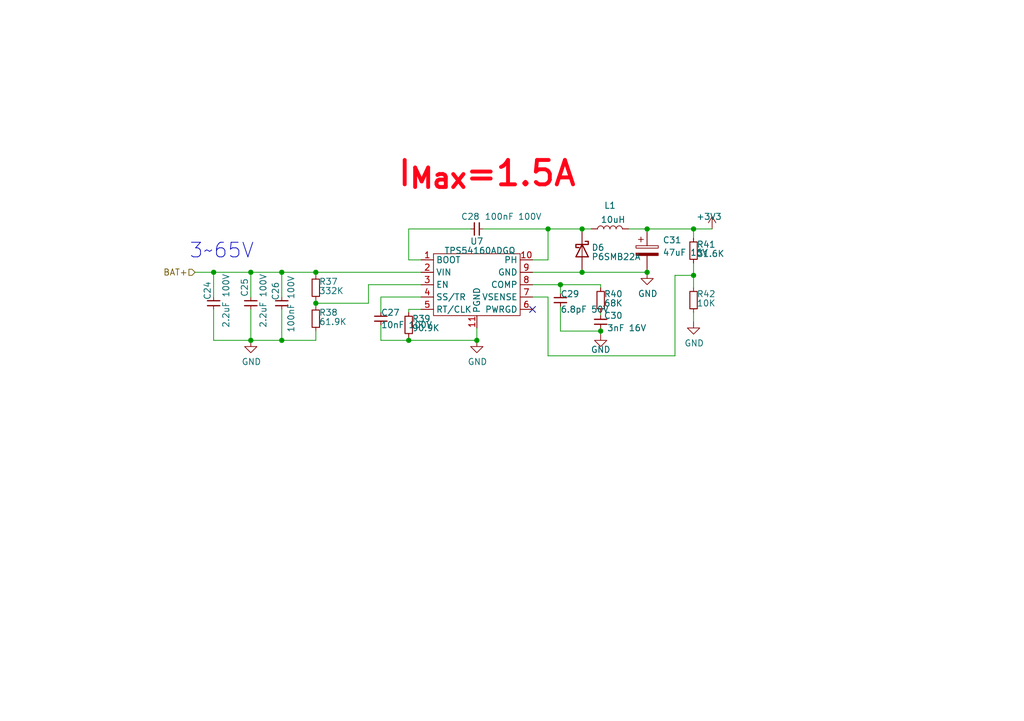
<source format=kicad_sch>
(kicad_sch (version 20230121) (generator eeschema)

  (uuid 320f2caf-f00f-4432-86ed-f2c19d076281)

  (paper "A5")

  (title_block
    (date "2023-10-19")
    (rev "V0.1")
    (company "teTra")
  )

  (lib_symbols
    (symbol "BMS-Master-rescue:+3.3V-power-BMS-Master-rescue" (power) (pin_names (offset 0)) (in_bom yes) (on_board yes)
      (property "Reference" "#PWR" (at 0 -3.81 0)
        (effects (font (size 1.27 1.27)) hide)
      )
      (property "Value" "+3.3V-power-BMS-Master-rescue" (at 0 3.556 0)
        (effects (font (size 1.27 1.27)))
      )
      (property "Footprint" "" (at 0 0 0)
        (effects (font (size 1.27 1.27)) hide)
      )
      (property "Datasheet" "" (at 0 0 0)
        (effects (font (size 1.27 1.27)) hide)
      )
      (symbol "+3.3V-power-BMS-Master-rescue_0_1"
        (polyline
          (pts
            (xy -0.762 1.27)
            (xy 0 2.54)
          )
          (stroke (width 0) (type solid))
          (fill (type none))
        )
        (polyline
          (pts
            (xy 0 0)
            (xy 0 2.54)
          )
          (stroke (width 0) (type solid))
          (fill (type none))
        )
        (polyline
          (pts
            (xy 0 2.54)
            (xy 0.762 1.27)
          )
          (stroke (width 0) (type solid))
          (fill (type none))
        )
      )
      (symbol "+3.3V-power-BMS-Master-rescue_1_1"
        (pin power_in line (at 0 0 90) (length 0) hide
          (name "+3V3" (effects (font (size 1.27 1.27))))
          (number "1" (effects (font (size 1.27 1.27))))
        )
      )
    )
    (symbol "BMS-Master-rescue:GND-power-BMS-Master-rescue" (power) (pin_names (offset 0)) (in_bom yes) (on_board yes)
      (property "Reference" "#PWR" (at 0 -6.35 0)
        (effects (font (size 1.27 1.27)) hide)
      )
      (property "Value" "GND-power-BMS-Master-rescue" (at 0 -3.81 0)
        (effects (font (size 1.27 1.27)))
      )
      (property "Footprint" "" (at 0 0 0)
        (effects (font (size 1.27 1.27)) hide)
      )
      (property "Datasheet" "" (at 0 0 0)
        (effects (font (size 1.27 1.27)) hide)
      )
      (symbol "GND-power-BMS-Master-rescue_0_1"
        (polyline
          (pts
            (xy 0 0)
            (xy 0 -1.27)
            (xy 1.27 -1.27)
            (xy 0 -2.54)
            (xy -1.27 -1.27)
            (xy 0 -1.27)
          )
          (stroke (width 0) (type solid))
          (fill (type none))
        )
      )
      (symbol "GND-power-BMS-Master-rescue_1_1"
        (pin power_in line (at 0 0 270) (length 0) hide
          (name "GND" (effects (font (size 1.27 1.27))))
          (number "1" (effects (font (size 1.27 1.27))))
        )
      )
    )
    (symbol "Device:C" (pin_numbers hide) (pin_names (offset 0.254)) (in_bom yes) (on_board yes)
      (property "Reference" "C" (at 0.635 2.54 0)
        (effects (font (size 1.27 1.27)) (justify left))
      )
      (property "Value" "C" (at 0.635 -2.54 0)
        (effects (font (size 1.27 1.27)) (justify left))
      )
      (property "Footprint" "" (at 0.9652 -3.81 0)
        (effects (font (size 1.27 1.27)) hide)
      )
      (property "Datasheet" "~" (at 0 0 0)
        (effects (font (size 1.27 1.27)) hide)
      )
      (property "ki_keywords" "cap capacitor" (at 0 0 0)
        (effects (font (size 1.27 1.27)) hide)
      )
      (property "ki_description" "Unpolarized capacitor" (at 0 0 0)
        (effects (font (size 1.27 1.27)) hide)
      )
      (property "ki_fp_filters" "C_*" (at 0 0 0)
        (effects (font (size 1.27 1.27)) hide)
      )
      (symbol "C_1_1"
        (polyline
          (pts
            (xy -1.27 -0.508)
            (xy 1.27 -0.508)
          )
          (stroke (width 0.254) (type default))
          (fill (type none))
        )
        (polyline
          (pts
            (xy -1.27 0.508)
            (xy 1.27 0.508)
          )
          (stroke (width 0.254) (type default))
          (fill (type none))
        )
        (pin passive line (at 0 1.27 270) (length 0.762)
          (name "~" (effects (font (size 1.27 1.27))))
          (number "1" (effects (font (size 1.27 1.27))))
        )
        (pin passive line (at 0 -1.27 90) (length 0.762)
          (name "~" (effects (font (size 1.27 1.27))))
          (number "2" (effects (font (size 1.27 1.27))))
        )
      )
    )
    (symbol "Device:C_Polarized" (pin_numbers hide) (pin_names (offset 0.254)) (in_bom yes) (on_board yes)
      (property "Reference" "C" (at 0.635 2.54 0)
        (effects (font (size 1.27 1.27)) (justify left))
      )
      (property "Value" "C_Polarized" (at 0.635 -2.54 0)
        (effects (font (size 1.27 1.27)) (justify left))
      )
      (property "Footprint" "" (at 0.9652 -3.81 0)
        (effects (font (size 1.27 1.27)) hide)
      )
      (property "Datasheet" "~" (at 0 0 0)
        (effects (font (size 1.27 1.27)) hide)
      )
      (property "ki_keywords" "cap capacitor" (at 0 0 0)
        (effects (font (size 1.27 1.27)) hide)
      )
      (property "ki_description" "Polarized capacitor" (at 0 0 0)
        (effects (font (size 1.27 1.27)) hide)
      )
      (property "ki_fp_filters" "CP_*" (at 0 0 0)
        (effects (font (size 1.27 1.27)) hide)
      )
      (symbol "C_Polarized_0_1"
        (rectangle (start -2.286 0.508) (end 2.286 1.016)
          (stroke (width 0) (type default))
          (fill (type none))
        )
        (polyline
          (pts
            (xy -1.778 2.286)
            (xy -0.762 2.286)
          )
          (stroke (width 0) (type default))
          (fill (type none))
        )
        (polyline
          (pts
            (xy -1.27 2.794)
            (xy -1.27 1.778)
          )
          (stroke (width 0) (type default))
          (fill (type none))
        )
        (rectangle (start 2.286 -0.508) (end -2.286 -1.016)
          (stroke (width 0) (type default))
          (fill (type outline))
        )
      )
      (symbol "C_Polarized_1_1"
        (pin passive line (at 0 3.81 270) (length 2.794)
          (name "~" (effects (font (size 1.27 1.27))))
          (number "1" (effects (font (size 1.27 1.27))))
        )
        (pin passive line (at 0 -3.81 90) (length 2.794)
          (name "~" (effects (font (size 1.27 1.27))))
          (number "2" (effects (font (size 1.27 1.27))))
        )
      )
    )
    (symbol "Device:D_Schottky" (pin_numbers hide) (pin_names (offset 1.016) hide) (in_bom yes) (on_board yes)
      (property "Reference" "D" (at 0 2.54 0)
        (effects (font (size 1.27 1.27)))
      )
      (property "Value" "D_Schottky" (at 0 -2.54 0)
        (effects (font (size 1.27 1.27)))
      )
      (property "Footprint" "" (at 0 0 0)
        (effects (font (size 1.27 1.27)) hide)
      )
      (property "Datasheet" "~" (at 0 0 0)
        (effects (font (size 1.27 1.27)) hide)
      )
      (property "ki_keywords" "diode Schottky" (at 0 0 0)
        (effects (font (size 1.27 1.27)) hide)
      )
      (property "ki_description" "Schottky diode" (at 0 0 0)
        (effects (font (size 1.27 1.27)) hide)
      )
      (property "ki_fp_filters" "TO-???* *_Diode_* *SingleDiode* D_*" (at 0 0 0)
        (effects (font (size 1.27 1.27)) hide)
      )
      (symbol "D_Schottky_0_1"
        (polyline
          (pts
            (xy 1.27 0)
            (xy -1.27 0)
          )
          (stroke (width 0) (type default))
          (fill (type none))
        )
        (polyline
          (pts
            (xy 1.27 1.27)
            (xy 1.27 -1.27)
            (xy -1.27 0)
            (xy 1.27 1.27)
          )
          (stroke (width 0.254) (type default))
          (fill (type none))
        )
        (polyline
          (pts
            (xy -1.905 0.635)
            (xy -1.905 1.27)
            (xy -1.27 1.27)
            (xy -1.27 -1.27)
            (xy -0.635 -1.27)
            (xy -0.635 -0.635)
          )
          (stroke (width 0.254) (type default))
          (fill (type none))
        )
      )
      (symbol "D_Schottky_1_1"
        (pin passive line (at -3.81 0 0) (length 2.54)
          (name "K" (effects (font (size 1.27 1.27))))
          (number "1" (effects (font (size 1.27 1.27))))
        )
        (pin passive line (at 3.81 0 180) (length 2.54)
          (name "A" (effects (font (size 1.27 1.27))))
          (number "2" (effects (font (size 1.27 1.27))))
        )
      )
    )
    (symbol "Device:L" (pin_numbers hide) (pin_names (offset 1.016) hide) (in_bom yes) (on_board yes)
      (property "Reference" "L" (at -1.27 0 90)
        (effects (font (size 1.27 1.27)))
      )
      (property "Value" "L" (at 1.905 0 90)
        (effects (font (size 1.27 1.27)))
      )
      (property "Footprint" "" (at 0 0 0)
        (effects (font (size 1.27 1.27)) hide)
      )
      (property "Datasheet" "~" (at 0 0 0)
        (effects (font (size 1.27 1.27)) hide)
      )
      (property "ki_keywords" "inductor choke coil reactor magnetic" (at 0 0 0)
        (effects (font (size 1.27 1.27)) hide)
      )
      (property "ki_description" "Inductor" (at 0 0 0)
        (effects (font (size 1.27 1.27)) hide)
      )
      (property "ki_fp_filters" "Choke_* *Coil* Inductor_* L_*" (at 0 0 0)
        (effects (font (size 1.27 1.27)) hide)
      )
      (symbol "L_0_1"
        (arc (start 0 -2.54) (mid 0.6323 -1.905) (end 0 -1.27)
          (stroke (width 0) (type default))
          (fill (type none))
        )
        (arc (start 0 -1.27) (mid 0.6323 -0.635) (end 0 0)
          (stroke (width 0) (type default))
          (fill (type none))
        )
        (arc (start 0 0) (mid 0.6323 0.635) (end 0 1.27)
          (stroke (width 0) (type default))
          (fill (type none))
        )
        (arc (start 0 1.27) (mid 0.6323 1.905) (end 0 2.54)
          (stroke (width 0) (type default))
          (fill (type none))
        )
      )
      (symbol "L_1_1"
        (pin passive line (at 0 3.81 270) (length 1.27)
          (name "1" (effects (font (size 1.27 1.27))))
          (number "1" (effects (font (size 1.27 1.27))))
        )
        (pin passive line (at 0 -3.81 90) (length 1.27)
          (name "2" (effects (font (size 1.27 1.27))))
          (number "2" (effects (font (size 1.27 1.27))))
        )
      )
    )
    (symbol "Device:R_Small" (pin_numbers hide) (pin_names (offset 0.254) hide) (in_bom yes) (on_board yes)
      (property "Reference" "R" (at 0.762 0.508 0)
        (effects (font (size 1.27 1.27)) (justify left))
      )
      (property "Value" "R_Small" (at 0.762 -1.016 0)
        (effects (font (size 1.27 1.27)) (justify left))
      )
      (property "Footprint" "" (at 0 0 0)
        (effects (font (size 1.27 1.27)) hide)
      )
      (property "Datasheet" "~" (at 0 0 0)
        (effects (font (size 1.27 1.27)) hide)
      )
      (property "ki_keywords" "R resistor" (at 0 0 0)
        (effects (font (size 1.27 1.27)) hide)
      )
      (property "ki_description" "Resistor, small symbol" (at 0 0 0)
        (effects (font (size 1.27 1.27)) hide)
      )
      (property "ki_fp_filters" "R_*" (at 0 0 0)
        (effects (font (size 1.27 1.27)) hide)
      )
      (symbol "R_Small_0_1"
        (rectangle (start -0.762 1.778) (end 0.762 -1.778)
          (stroke (width 0.2032) (type default))
          (fill (type none))
        )
      )
      (symbol "R_Small_1_1"
        (pin passive line (at 0 2.54 270) (length 0.762)
          (name "~" (effects (font (size 1.27 1.27))))
          (number "1" (effects (font (size 1.27 1.27))))
        )
        (pin passive line (at 0 -2.54 90) (length 0.762)
          (name "~" (effects (font (size 1.27 1.27))))
          (number "2" (effects (font (size 1.27 1.27))))
        )
      )
    )
    (symbol "Regulator_Switching:TPS56160A" (in_bom yes) (on_board yes)
      (property "Reference" "U" (at 1.27 7.62 0)
        (effects (font (size 1.27 1.27)))
      )
      (property "Value" "" (at 0 3.81 0)
        (effects (font (size 1.27 1.27)))
      )
      (property "Footprint" "" (at 0 3.81 0)
        (effects (font (size 1.27 1.27)) hide)
      )
      (property "Datasheet" "" (at 0 3.81 0)
        (effects (font (size 1.27 1.27)) hide)
      )
      (symbol "TPS56160A_0_1"
        (rectangle (start -8.89 6.35) (end 8.89 -6.35)
          (stroke (width 0) (type default))
          (fill (type none))
        )
      )
      (symbol "TPS56160A_1_0"
        (pin input line (at 11.43 5.08 180) (length 2.54)
          (name "PH" (effects (font (size 1.27 1.27))))
          (number "10" (effects (font (size 1.27 1.27))))
        )
        (pin input line (at -11.43 0 0) (length 2.54)
          (name "EN" (effects (font (size 1.27 1.27))))
          (number "3" (effects (font (size 1.27 1.27))))
        )
        (pin input line (at -11.43 -2.54 0) (length 2.54)
          (name "SS/TR" (effects (font (size 1.27 1.27))))
          (number "4" (effects (font (size 1.27 1.27))))
        )
        (pin input line (at -11.43 -5.08 0) (length 2.54)
          (name "RT/CLK" (effects (font (size 1.27 1.27))))
          (number "5" (effects (font (size 1.27 1.27))))
        )
        (pin input line (at 11.43 -5.08 180) (length 2.54)
          (name "PWRGD" (effects (font (size 1.27 1.27))))
          (number "6" (effects (font (size 1.27 1.27))))
        )
        (pin input line (at 11.43 -2.54 180) (length 2.54)
          (name "VSENSE" (effects (font (size 1.27 1.27))))
          (number "7" (effects (font (size 1.27 1.27))))
        )
        (pin input line (at 11.43 0 180) (length 2.54)
          (name "COMP" (effects (font (size 1.27 1.27))))
          (number "8" (effects (font (size 1.27 1.27))))
        )
        (pin input line (at 11.43 2.54 180) (length 2.54)
          (name "GND" (effects (font (size 1.27 1.27))))
          (number "9" (effects (font (size 1.27 1.27))))
        )
      )
      (symbol "TPS56160A_1_1"
        (pin input line (at -11.43 5.08 0) (length 2.54)
          (name "BOOT" (effects (font (size 1.27 1.27))))
          (number "1" (effects (font (size 1.27 1.27))))
        )
        (pin input line (at 0 -8.89 90) (length 2.54)
          (name "PGND" (effects (font (size 1.27 1.27))))
          (number "11" (effects (font (size 1.27 1.27))))
        )
        (pin input line (at -11.43 2.54 0) (length 2.54)
          (name "VIN" (effects (font (size 1.27 1.27))))
          (number "2" (effects (font (size 1.27 1.27))))
        )
      )
    )
  )

  (junction (at 43.815 55.88) (diameter 0) (color 0 0 0 0)
    (uuid 10d42ee8-452d-4080-815c-776ef1a1e450)
  )
  (junction (at 57.785 69.85) (diameter 0) (color 0 0 0 0)
    (uuid 19f5e397-8afb-4e3d-ac6b-4e3b404fdc5a)
  )
  (junction (at 64.77 62.23) (diameter 0) (color 0 0 0 0)
    (uuid 1dabe7b3-0dca-4b55-974f-3ad69ee22423)
  )
  (junction (at 97.79 69.85) (diameter 0) (color 0 0 0 0)
    (uuid 20a09bb8-1e17-483a-bb4f-b640322b6ecf)
  )
  (junction (at 112.395 46.99) (diameter 0) (color 0 0 0 0)
    (uuid 456ebf10-594c-487c-bd67-3985f6a5b1da)
  )
  (junction (at 119.38 55.88) (diameter 0) (color 0 0 0 0)
    (uuid 5141c3d8-8dac-4572-b085-198ad4954ceb)
  )
  (junction (at 142.24 56.515) (diameter 0) (color 0 0 0 0)
    (uuid 5ad360af-6d3f-481a-80a8-ca97a2a60dd9)
  )
  (junction (at 64.77 55.88) (diameter 0) (color 0 0 0 0)
    (uuid 5afe8bea-5e26-4a20-b817-e27b061fd364)
  )
  (junction (at 83.82 69.85) (diameter 0) (color 0 0 0 0)
    (uuid 66d27fe0-a3d4-42b1-b612-4e1232f97ff7)
  )
  (junction (at 119.38 46.99) (diameter 0) (color 0 0 0 0)
    (uuid 6adc9b12-8a7b-4d65-9c11-b446f9f5b2af)
  )
  (junction (at 132.715 46.99) (diameter 0) (color 0 0 0 0)
    (uuid c6e6f93b-2f0b-49da-bff9-041dd17b335b)
  )
  (junction (at 57.785 55.88) (diameter 0) (color 0 0 0 0)
    (uuid d919b584-0da2-47b7-94ec-c83028df8d32)
  )
  (junction (at 132.715 55.88) (diameter 0) (color 0 0 0 0)
    (uuid dea77c29-781d-423d-b90e-87c5bd5bbfe3)
  )
  (junction (at 123.19 67.945) (diameter 0) (color 0 0 0 0)
    (uuid e6421720-1ff1-4bf6-a421-5dfc6bb59ed5)
  )
  (junction (at 51.435 69.85) (diameter 0) (color 0 0 0 0)
    (uuid f0f05cc5-52bc-4683-ac8a-95d096b31c78)
  )
  (junction (at 142.24 46.99) (diameter 0) (color 0 0 0 0)
    (uuid f1ca3f4e-288b-42ee-bc79-f58738bc98c5)
  )
  (junction (at 51.435 55.88) (diameter 0) (color 0 0 0 0)
    (uuid f65e6c0a-e7df-48a6-a2a7-c47790075175)
  )
  (junction (at 114.935 58.42) (diameter 0) (color 0 0 0 0)
    (uuid fc5435d8-2870-47f5-886a-6ee7f3ec253e)
  )

  (no_connect (at 109.22 63.5) (uuid 88be1618-ccda-4850-8c24-48384f0f4535))

  (wire (pts (xy 97.79 69.85) (xy 83.82 69.85))
    (stroke (width 0) (type default))
    (uuid 00740d87-210e-4351-ae08-54e113fe1bc7)
  )
  (wire (pts (xy 138.43 73.025) (xy 138.43 56.515))
    (stroke (width 0) (type default))
    (uuid 0313ccfe-83dd-44de-9d62-dec43b96dcde)
  )
  (wire (pts (xy 75.565 62.23) (xy 64.77 62.23))
    (stroke (width 0) (type default))
    (uuid 08b5377d-155b-43f4-8c60-074b59cebc75)
  )
  (wire (pts (xy 119.38 55.88) (xy 132.715 55.88))
    (stroke (width 0) (type default))
    (uuid 141495b9-ae80-47a7-8607-3e4e145b1b31)
  )
  (wire (pts (xy 119.38 46.99) (xy 121.285 46.99))
    (stroke (width 0) (type default))
    (uuid 19baa9c5-aff1-4c2f-9c45-cb06e8a511fa)
  )
  (wire (pts (xy 40.005 55.88) (xy 43.815 55.88))
    (stroke (width 0) (type default))
    (uuid 1e642a3b-50d1-4fd7-81ae-74fa1e7941d3)
  )
  (wire (pts (xy 64.77 67.945) (xy 64.77 69.85))
    (stroke (width 0) (type default))
    (uuid 24288535-8f31-4a35-a12c-f01c4a36c9a4)
  )
  (wire (pts (xy 119.38 46.99) (xy 119.38 47.625))
    (stroke (width 0) (type default))
    (uuid 2bca5bdc-be43-4f07-92a5-2d64e12ff1f9)
  )
  (wire (pts (xy 51.435 63.5) (xy 51.435 69.85))
    (stroke (width 0) (type default))
    (uuid 3077b48d-e1a5-41bb-8357-cb7daeee945d)
  )
  (wire (pts (xy 109.22 53.34) (xy 112.395 53.34))
    (stroke (width 0) (type default))
    (uuid 331c1117-6945-4af7-a14b-a83ad50c017f)
  )
  (wire (pts (xy 132.715 55.245) (xy 132.715 55.88))
    (stroke (width 0) (type default))
    (uuid 341e22d8-5da7-4b67-ba91-735b26625927)
  )
  (wire (pts (xy 83.82 63.5) (xy 83.82 64.135))
    (stroke (width 0) (type default))
    (uuid 37da3e33-417e-4b31-bd9c-d2eaa28ffe61)
  )
  (wire (pts (xy 142.24 64.135) (xy 142.24 66.04))
    (stroke (width 0) (type default))
    (uuid 38dfa8d4-feb7-43b8-9f6f-9acdcea15a74)
  )
  (wire (pts (xy 119.38 55.245) (xy 119.38 55.88))
    (stroke (width 0) (type default))
    (uuid 3c721103-6a80-4d56-ab77-9d9cb4f7b43b)
  )
  (wire (pts (xy 114.935 60.325) (xy 114.935 58.42))
    (stroke (width 0) (type default))
    (uuid 3dd0a5fc-0ba0-4961-8b93-bfeafa6e9118)
  )
  (wire (pts (xy 123.19 67.31) (xy 123.19 67.945))
    (stroke (width 0) (type default))
    (uuid 42f07d3a-d64d-4a87-a0a7-aaa0a73736cc)
  )
  (wire (pts (xy 64.77 55.88) (xy 86.36 55.88))
    (stroke (width 0) (type default))
    (uuid 45b50749-0f21-453f-9129-7f59e5b528b6)
  )
  (wire (pts (xy 114.935 58.42) (xy 109.22 58.42))
    (stroke (width 0) (type default))
    (uuid 4690c057-2193-4b09-bcaf-4e93539b75b7)
  )
  (wire (pts (xy 123.19 67.945) (xy 123.19 68.58))
    (stroke (width 0) (type default))
    (uuid 481fc677-fa1a-4321-ac83-f3d71c273ae1)
  )
  (wire (pts (xy 75.565 58.42) (xy 75.565 62.23))
    (stroke (width 0) (type default))
    (uuid 48ed7aef-9637-4c38-b159-d7776c60809c)
  )
  (wire (pts (xy 109.22 55.88) (xy 119.38 55.88))
    (stroke (width 0) (type default))
    (uuid 4bc2f548-74f1-4a5b-9e38-f4bebec8e1d5)
  )
  (wire (pts (xy 112.395 53.34) (xy 112.395 46.99))
    (stroke (width 0) (type default))
    (uuid 4cb47c21-8ac3-43f7-a2c7-e5298fc45d59)
  )
  (wire (pts (xy 114.935 67.945) (xy 123.19 67.945))
    (stroke (width 0) (type default))
    (uuid 5213c1b4-4a48-41d3-b338-526566c2531d)
  )
  (wire (pts (xy 142.24 56.515) (xy 142.24 59.055))
    (stroke (width 0) (type default))
    (uuid 56234e4a-4e21-4bc9-886e-0d0545f15f9b)
  )
  (wire (pts (xy 112.395 46.99) (xy 119.38 46.99))
    (stroke (width 0) (type default))
    (uuid 5802b226-710b-464b-aca1-5dde3485b2a6)
  )
  (wire (pts (xy 51.435 55.88) (xy 57.785 55.88))
    (stroke (width 0) (type default))
    (uuid 60e59083-b4b2-44ba-b269-45d56985c4da)
  )
  (wire (pts (xy 128.905 46.99) (xy 132.715 46.99))
    (stroke (width 0) (type default))
    (uuid 615154f6-b04c-4d7d-862e-fe6f57454492)
  )
  (wire (pts (xy 57.785 55.88) (xy 64.77 55.88))
    (stroke (width 0) (type default))
    (uuid 624c23cf-9e93-419f-a8d6-1355ab611d90)
  )
  (wire (pts (xy 43.815 69.85) (xy 51.435 69.85))
    (stroke (width 0) (type default))
    (uuid 638aaf5e-1b04-412b-ac72-e2a97c589270)
  )
  (wire (pts (xy 64.77 55.88) (xy 64.77 56.515))
    (stroke (width 0) (type default))
    (uuid 669b6224-fcbe-46eb-b5f1-c8948ce4f649)
  )
  (wire (pts (xy 97.79 67.31) (xy 97.79 69.85))
    (stroke (width 0) (type default))
    (uuid 6b5a9982-cf2d-45f7-8100-6aec5bbb3719)
  )
  (wire (pts (xy 86.36 60.96) (xy 78.105 60.96))
    (stroke (width 0) (type default))
    (uuid 6b6fcf1a-dcfb-4c13-98fc-236bde1f7dbe)
  )
  (wire (pts (xy 114.935 58.42) (xy 123.19 58.42))
    (stroke (width 0) (type default))
    (uuid 70491c2d-86f8-4af7-b5ac-8a3bdfffbe91)
  )
  (wire (pts (xy 83.82 46.99) (xy 83.82 53.34))
    (stroke (width 0) (type default))
    (uuid 71bc6ad3-2891-4980-bd0c-f9fa1c1a788c)
  )
  (wire (pts (xy 132.715 46.99) (xy 142.24 46.99))
    (stroke (width 0) (type default))
    (uuid 7c272e56-24ee-4f65-8eb2-f1427586321c)
  )
  (wire (pts (xy 64.77 61.595) (xy 64.77 62.23))
    (stroke (width 0) (type default))
    (uuid 87b1587e-554a-4410-8ddc-862d1f259a3d)
  )
  (wire (pts (xy 138.43 56.515) (xy 142.24 56.515))
    (stroke (width 0) (type default))
    (uuid 87c72001-b453-49c2-befe-2b7d05107f84)
  )
  (wire (pts (xy 99.06 46.99) (xy 112.395 46.99))
    (stroke (width 0) (type default))
    (uuid 88a7a946-a662-45ef-984c-35a3b1b93a80)
  )
  (wire (pts (xy 43.815 63.5) (xy 43.815 69.85))
    (stroke (width 0) (type default))
    (uuid 8baec1d6-b8ad-4b10-b082-5f12a09932f3)
  )
  (wire (pts (xy 43.815 55.88) (xy 51.435 55.88))
    (stroke (width 0) (type default))
    (uuid 8da3e953-de02-4c19-9b0d-1ff440245b36)
  )
  (wire (pts (xy 43.815 55.88) (xy 43.815 60.96))
    (stroke (width 0) (type default))
    (uuid 8e477447-eb4d-489b-be37-f5dcb9a45f2a)
  )
  (wire (pts (xy 114.935 62.865) (xy 114.935 67.945))
    (stroke (width 0) (type default))
    (uuid 93038f28-24d4-4227-b60c-3350f8be32e9)
  )
  (wire (pts (xy 142.24 56.515) (xy 142.24 53.975))
    (stroke (width 0) (type default))
    (uuid 96459d9c-1865-4efb-bd98-256dc397ebab)
  )
  (wire (pts (xy 109.22 60.96) (xy 112.395 60.96))
    (stroke (width 0) (type default))
    (uuid 9886747c-0a4d-4e06-9c44-5139ce84908a)
  )
  (wire (pts (xy 75.565 58.42) (xy 86.36 58.42))
    (stroke (width 0) (type default))
    (uuid 9a7166c1-1b77-45ab-8f89-85981c5e956c)
  )
  (wire (pts (xy 64.77 69.85) (xy 57.785 69.85))
    (stroke (width 0) (type default))
    (uuid a05ff592-5bb6-4f4a-a138-c81def75c9ef)
  )
  (wire (pts (xy 51.435 69.85) (xy 57.785 69.85))
    (stroke (width 0) (type default))
    (uuid b0be49a5-76e5-440c-855c-c773bf7ff4db)
  )
  (wire (pts (xy 123.19 64.135) (xy 123.19 64.77))
    (stroke (width 0) (type default))
    (uuid bc8fc79b-0045-4628-ae34-432f5d9bdb57)
  )
  (wire (pts (xy 142.24 46.99) (xy 146.05 46.99))
    (stroke (width 0) (type default))
    (uuid c12169e3-d69d-4e72-bcd7-b944b1305521)
  )
  (wire (pts (xy 96.52 46.99) (xy 83.82 46.99))
    (stroke (width 0) (type default))
    (uuid c1e2fdc7-74f0-43f5-aa88-5489130a01db)
  )
  (wire (pts (xy 112.395 60.96) (xy 112.395 73.025))
    (stroke (width 0) (type default))
    (uuid c7f26d0e-7516-41fd-979f-9188328773b0)
  )
  (wire (pts (xy 78.105 66.675) (xy 78.105 69.85))
    (stroke (width 0) (type default))
    (uuid cf682666-c9b0-44a5-89d2-cf1c58f90370)
  )
  (wire (pts (xy 112.395 73.025) (xy 138.43 73.025))
    (stroke (width 0) (type default))
    (uuid cf8dca0f-e77d-4ab0-a6e2-1953bc0c1ca5)
  )
  (wire (pts (xy 57.785 55.88) (xy 57.785 60.96))
    (stroke (width 0) (type default))
    (uuid de214bc4-9627-4af6-82f9-3a984af76563)
  )
  (wire (pts (xy 83.82 53.34) (xy 86.36 53.34))
    (stroke (width 0) (type default))
    (uuid dfc00ec0-afa8-449f-bf06-4bad3de431ab)
  )
  (wire (pts (xy 64.77 62.23) (xy 64.77 62.865))
    (stroke (width 0) (type default))
    (uuid e0d862de-0626-478d-9cc2-837354bf0246)
  )
  (wire (pts (xy 123.19 58.42) (xy 123.19 59.055))
    (stroke (width 0) (type default))
    (uuid e2166aaf-3318-4b3a-ae08-d193701d5fba)
  )
  (wire (pts (xy 57.785 63.5) (xy 57.785 69.85))
    (stroke (width 0) (type default))
    (uuid e834011e-558a-4242-a119-eeb131ea237c)
  )
  (wire (pts (xy 132.715 46.99) (xy 132.715 47.625))
    (stroke (width 0) (type default))
    (uuid eb273762-b6f7-4d36-92d3-2205727ca77a)
  )
  (wire (pts (xy 78.105 69.85) (xy 83.82 69.85))
    (stroke (width 0) (type default))
    (uuid ebd5030b-2e4c-4b50-8275-681de4f2ad74)
  )
  (wire (pts (xy 142.24 46.99) (xy 142.24 48.895))
    (stroke (width 0) (type default))
    (uuid ef7a4e50-9c68-4e13-839e-314bc2a37b4e)
  )
  (wire (pts (xy 78.105 60.96) (xy 78.105 64.135))
    (stroke (width 0) (type default))
    (uuid f2a3aecc-4f34-4098-ac9d-8074d3708a19)
  )
  (wire (pts (xy 86.36 63.5) (xy 83.82 63.5))
    (stroke (width 0) (type default))
    (uuid f317fbfb-ccb9-4df1-8ff5-1bfe52961fb0)
  )
  (wire (pts (xy 51.435 55.88) (xy 51.435 60.96))
    (stroke (width 0) (type default))
    (uuid fc4165e3-690e-4a59-a441-1d9fad9ad839)
  )
  (wire (pts (xy 83.82 69.215) (xy 83.82 69.85))
    (stroke (width 0) (type default))
    (uuid fe7be130-6b64-4048-a523-5705bfe8438d)
  )

  (text "I_{Max}=1.5A" (at 81.28 38.735 0)
    (effects (font (size 5 5) (thickness 0.8) bold (color 255 3 22 1)) (justify left bottom))
    (uuid 1570ff9c-e7ed-48d8-8d45-6fe133da4d17)
  )
  (text "3~65V" (at 38.735 53.34 0)
    (effects (font (size 3 3)) (justify left bottom))
    (uuid 8f95b494-c1d5-4bae-a77c-5a527a1bc94c)
  )

  (hierarchical_label "BAT+" (shape input) (at 40.005 55.88 180) (fields_autoplaced)
    (effects (font (size 1.27 1.27)) (justify right))
    (uuid 5c2e73f3-71ff-4aad-b625-e168d188e884)
  )

  (symbol (lib_id "BMS-Master-rescue:GND-power-BMS-Master-rescue") (at 51.435 69.85 0) (unit 1)
    (in_bom yes) (on_board yes) (dnp no)
    (uuid 00000000-0000-0000-0000-00005c61b805)
    (property "Reference" "#PWR040" (at 51.435 76.2 0)
      (effects (font (size 1.27 1.27)) hide)
    )
    (property "Value" "GND" (at 51.562 74.2442 0)
      (effects (font (size 1.27 1.27)))
    )
    (property "Footprint" "" (at 51.435 69.85 0)
      (effects (font (size 1.27 1.27)) hide)
    )
    (property "Datasheet" "" (at 51.435 69.85 0)
      (effects (font (size 1.27 1.27)) hide)
    )
    (pin "1" (uuid aea52dca-8450-4421-bda5-e9144acf797b))
    (instances
      (project "LTC6811_ESP32"
        (path "/6a86ff6f-b159-4c4c-8a40-e732cc82e010/00000000-0000-0000-0000-00005ac18063"
          (reference "#PWR040") (unit 1)
        )
      )
    )
  )

  (symbol (lib_id "Device:L") (at 125.095 46.99 90) (unit 1)
    (in_bom yes) (on_board yes) (dnp no)
    (uuid 00000000-0000-0000-0000-00005c70a0c0)
    (property "Reference" "L1" (at 125.095 42.164 90)
      (effects (font (size 1.27 1.27)))
    )
    (property "Value" "10uH" (at 125.73 45.085 90)
      (effects (font (size 1.27 1.27)))
    )
    (property "Footprint" "Inductor_SMD:L_Bourns-SRN6028" (at 125.095 46.99 0)
      (effects (font (size 1.27 1.27)) hide)
    )
    (property "Datasheet" "https://mm.digikey.com/Volume0/opasdata/d220001/medias/docus/4902/SRP7050WA_Series_DS.pdf" (at 125.095 46.99 0)
      (effects (font (size 1.27 1.27)) hide)
    )
    (property "MPN" "SRP7050WA-101M" (at 125.095 46.99 0)
      (effects (font (size 1.27 1.27)) hide)
    )
    (property "Link" "https://www.digikey.jp/en/products/detail/bourns-inc/SRP7050WA-101M/18670209" (at 125.095 46.99 90)
      (effects (font (size 1.27 1.27)) hide)
    )
    (property "Description" "100 µH Shielded Inductor 2.2 A 357mOhm Max Nonstandard" (at 125.095 46.99 90)
      (effects (font (size 1.27 1.27)) hide)
    )
    (pin "1" (uuid cb163893-dafa-4145-a9a0-dee1557121db))
    (pin "2" (uuid 4355840a-3f91-42ce-9a41-bc767e0cde66))
    (instances
      (project "LTC6811_ESP32"
        (path "/6a86ff6f-b159-4c4c-8a40-e732cc82e010/00000000-0000-0000-0000-00005ac18063"
          (reference "L1") (unit 1)
        )
      )
    )
  )

  (symbol (lib_id "BMS-Master-rescue:GND-power-BMS-Master-rescue") (at 132.715 55.88 0) (unit 1)
    (in_bom yes) (on_board yes) (dnp no)
    (uuid 00000000-0000-0000-0000-00005c74287e)
    (property "Reference" "#PWR043" (at 132.715 62.23 0)
      (effects (font (size 1.27 1.27)) hide)
    )
    (property "Value" "GND" (at 132.842 60.2742 0)
      (effects (font (size 1.27 1.27)))
    )
    (property "Footprint" "" (at 132.715 55.88 0)
      (effects (font (size 1.27 1.27)) hide)
    )
    (property "Datasheet" "" (at 132.715 55.88 0)
      (effects (font (size 1.27 1.27)) hide)
    )
    (pin "1" (uuid 0b667a50-6d71-4dc9-97e1-b9168defcc85))
    (instances
      (project "LTC6811_ESP32"
        (path "/6a86ff6f-b159-4c4c-8a40-e732cc82e010/00000000-0000-0000-0000-00005ac18063"
          (reference "#PWR043") (unit 1)
        )
      )
    )
  )

  (symbol (lib_id "BMS-Master-rescue:GND-power-BMS-Master-rescue") (at 97.79 69.85 0) (unit 1)
    (in_bom yes) (on_board yes) (dnp no)
    (uuid 00000000-0000-0000-0000-00005c78a045)
    (property "Reference" "#PWR041" (at 97.79 76.2 0)
      (effects (font (size 1.27 1.27)) hide)
    )
    (property "Value" "GND" (at 97.917 74.2442 0)
      (effects (font (size 1.27 1.27)))
    )
    (property "Footprint" "" (at 97.79 69.85 0)
      (effects (font (size 1.27 1.27)) hide)
    )
    (property "Datasheet" "" (at 97.79 69.85 0)
      (effects (font (size 1.27 1.27)) hide)
    )
    (pin "1" (uuid 69d8907b-09ff-4f78-adde-6f3a119c219c))
    (instances
      (project "LTC6811_ESP32"
        (path "/6a86ff6f-b159-4c4c-8a40-e732cc82e010/00000000-0000-0000-0000-00005ac18063"
          (reference "#PWR041") (unit 1)
        )
      )
    )
  )

  (symbol (lib_id "Device:R_Small") (at 142.24 51.435 0) (unit 1)
    (in_bom yes) (on_board yes) (dnp no)
    (uuid 0ca77b81-0768-4cdc-965d-cbcec73493e2)
    (property "Reference" "R41" (at 142.875 50.165 0)
      (effects (font (size 1.27 1.27)) (justify left))
    )
    (property "Value" "31.6K" (at 142.875 52.07 0)
      (effects (font (size 1.27 1.27)) (justify left))
    )
    (property "Footprint" "Resistor_SMD:R_0603_1608Metric" (at 142.24 51.435 0)
      (effects (font (size 1.27 1.27)) hide)
    )
    (property "Datasheet" "https://www.koaspeer.com/pdfs/RK73B.pdf" (at 142.24 51.435 0)
      (effects (font (size 1.27 1.27)) hide)
    )
    (property "Description" "3.9 kOhms ±5% 0.1W, 1/10W Chip Resistor 0603 (1608 Metric) Automotive AEC-Q200 Thick Film" (at 142.24 51.435 0)
      (effects (font (size 1.27 1.27)) hide)
    )
    (property "Link" "https://www.digikey.jp/en/products/detail/koa-speer-electronics-inc/RK73B1JTTD392J/9844757?s=N4IgTCBcDaIEoGkDsBmAQgRgFIBUcBEUBOMLEAXQF8g" (at 142.24 51.435 0)
      (effects (font (size 1.27 1.27)) hide)
    )
    (property "MPN" "RK73B1JTTD392J" (at 142.24 51.435 0)
      (effects (font (size 1.27 1.27)) hide)
    )
    (pin "1" (uuid d4276734-c25f-4e89-a650-b36ef1db23d2))
    (pin "2" (uuid e99e996d-d461-43a4-a07e-717cbb74ac86))
    (instances
      (project "LTC6811_ESP32"
        (path "/6a86ff6f-b159-4c4c-8a40-e732cc82e010/00000000-0000-0000-0000-00005ac18063"
          (reference "R41") (unit 1)
        )
      )
      (project "R&C_library"
        (path "/7459c5fb-eaee-49a5-9f15-99dbadaaebb5/ca90b493-84f0-4c34-946a-e57927c9e47c"
          (reference "R7") (unit 1)
        )
      )
      (project "L9963E+ESP32"
        (path "/e9bba7f0-c10d-45df-9f8e-74901087917a"
          (reference "R65") (unit 1)
        )
      )
    )
  )

  (symbol (lib_id "Device:D_Schottky") (at 119.38 51.435 270) (unit 1)
    (in_bom yes) (on_board yes) (dnp no)
    (uuid 0e2c7a57-2cc3-43d3-9042-b3cd30e7b162)
    (property "Reference" "D6" (at 121.285 50.8 90)
      (effects (font (size 1.27 1.27)) (justify left))
    )
    (property "Value" "P6SMB22A" (at 121.285 52.705 90)
      (effects (font (size 1.27 1.27)) (justify left))
    )
    (property "Footprint" "Diode_SMD:D_SMB" (at 119.38 51.435 0)
      (effects (font (size 1.27 1.27)) hide)
    )
    (property "Datasheet" "https://mm.digikey.com/Volume0/opasdata/d220001/medias/docus/5337/SS310.pdf" (at 119.38 51.435 0)
      (effects (font (size 1.27 1.27)) hide)
    )
    (property "Description" "30.6V Clamp 19.9A Ipp Tvs Diode Surface Mount SMB (DO-214AA)" (at 119.38 51.435 90)
      (effects (font (size 1.27 1.27)) hide)
    )
    (property "Link" "https://www.digikey.jp/en/products/detail/bourns-inc/P6SMB22A/5320282" (at 119.38 51.435 90)
      (effects (font (size 1.27 1.27)) hide)
    )
    (property "MPN" "P6SMB22A" (at 119.38 51.435 90)
      (effects (font (size 1.27 1.27)) hide)
    )
    (pin "1" (uuid c47d63f6-7f77-44da-a8fb-19e5d00294fa))
    (pin "2" (uuid b11baf95-d515-48cf-910d-980aa5910117))
    (instances
      (project "LTC6811_ESP32"
        (path "/6a86ff6f-b159-4c4c-8a40-e732cc82e010/00000000-0000-0000-0000-00005ac18063"
          (reference "D6") (unit 1)
        )
      )
    )
  )

  (symbol (lib_id "BMS-Master-rescue:+3.3V-power-BMS-Master-rescue") (at 146.05 46.99 0) (unit 1)
    (in_bom yes) (on_board yes) (dnp no)
    (uuid 26e386a4-0f13-48f0-8cb1-ad72bcbbdbf3)
    (property "Reference" "#PWR025" (at 146.05 50.8 0)
      (effects (font (size 1.27 1.27)) hide)
    )
    (property "Value" "+3.3V" (at 145.415 44.45 0)
      (effects (font (size 1.27 1.27)))
    )
    (property "Footprint" "" (at 146.05 46.99 0)
      (effects (font (size 1.27 1.27)) hide)
    )
    (property "Datasheet" "" (at 146.05 46.99 0)
      (effects (font (size 1.27 1.27)) hide)
    )
    (pin "1" (uuid 36501076-a27b-4651-8509-22cad27748c4))
    (instances
      (project "LTC6811_ESP32"
        (path "/6a86ff6f-b159-4c4c-8a40-e732cc82e010/00000000-0000-0000-0000-00005ab72d4d"
          (reference "#PWR025") (unit 1)
        )
        (path "/6a86ff6f-b159-4c4c-8a40-e732cc82e010"
          (reference "#PWR0230") (unit 1)
        )
        (path "/6a86ff6f-b159-4c4c-8a40-e732cc82e010/00000000-0000-0000-0000-00005ac18063"
          (reference "#PWR045") (unit 1)
        )
      )
    )
  )

  (symbol (lib_id "Device:R_Small") (at 64.77 59.055 0) (unit 1)
    (in_bom yes) (on_board yes) (dnp no)
    (uuid 37e07b85-0a27-40e5-8d13-6857d904fe04)
    (property "Reference" "R37" (at 65.405 57.785 0)
      (effects (font (size 1.27 1.27)) (justify left))
    )
    (property "Value" "332K" (at 65.405 59.69 0)
      (effects (font (size 1.27 1.27)) (justify left))
    )
    (property "Footprint" "Resistor_SMD:R_0603_1608Metric" (at 64.77 59.055 0)
      (effects (font (size 1.27 1.27)) hide)
    )
    (property "Datasheet" "https://www.koaspeer.com/pdfs/RK73B.pdf" (at 64.77 59.055 0)
      (effects (font (size 1.27 1.27)) hide)
    )
    (property "Description" "3.9 kOhms ±5% 0.1W, 1/10W Chip Resistor 0603 (1608 Metric) Automotive AEC-Q200 Thick Film" (at 64.77 59.055 0)
      (effects (font (size 1.27 1.27)) hide)
    )
    (property "Link" "https://www.digikey.jp/en/products/detail/koa-speer-electronics-inc/RK73B1JTTD392J/9844757?s=N4IgTCBcDaIEoGkDsBmAQgRgFIBUcBEUBOMLEAXQF8g" (at 64.77 59.055 0)
      (effects (font (size 1.27 1.27)) hide)
    )
    (property "MPN" "RK73B1JTTD392J" (at 64.77 59.055 0)
      (effects (font (size 1.27 1.27)) hide)
    )
    (pin "1" (uuid 273a84ed-205b-4715-8d01-fc012741c833))
    (pin "2" (uuid bd9187d0-17ff-4129-aee0-e2568fbf8d5b))
    (instances
      (project "LTC6811_ESP32"
        (path "/6a86ff6f-b159-4c4c-8a40-e732cc82e010/00000000-0000-0000-0000-00005ac18063"
          (reference "R37") (unit 1)
        )
      )
      (project "R&C_library"
        (path "/7459c5fb-eaee-49a5-9f15-99dbadaaebb5/ca90b493-84f0-4c34-946a-e57927c9e47c"
          (reference "R7") (unit 1)
        )
      )
      (project "L9963E+ESP32"
        (path "/e9bba7f0-c10d-45df-9f8e-74901087917a"
          (reference "R65") (unit 1)
        )
      )
    )
  )

  (symbol (lib_id "Device:C") (at 43.815 62.23 0) (unit 1)
    (in_bom yes) (on_board yes) (dnp no)
    (uuid 49608aaf-5882-4c6a-b9fe-23a0c34352b4)
    (property "Reference" "C24" (at 42.545 61.595 90)
      (effects (font (size 1.27 1.27)) (justify left))
    )
    (property "Value" "2.2uF 100V" (at 46.355 67.31 90)
      (effects (font (size 1.27 1.27)) (justify left))
    )
    (property "Footprint" "Capacitor_SMD:C_1206_3216Metric" (at 44.7802 66.04 0)
      (effects (font (size 1.27 1.27)) hide)
    )
    (property "Datasheet" "https://www.samsungsem.com/resources/file/global/support/product_catalog/MLCC.pdf" (at 43.815 62.23 0)
      (effects (font (size 1.27 1.27)) hide)
    )
    (property "Description" "2.2 µF ±10% 100V Ceramic Capacitor X7R 1206 (3216 Metric)" (at 43.815 62.23 0)
      (effects (font (size 1.27 1.27)) hide)
    )
    (property "Link" "https://www.digikey.jp/en/products/detail/samsung-electro-mechanics/CL31B225KCHSNNE/3888796?s=N4IgTCBcDaIMIBkDMBGAQmMBWA0nAEgMoByxAoiALoC%2BQA" (at 43.815 62.23 0)
      (effects (font (size 1.27 1.27)) hide)
    )
    (property "MPN" "CL31B225KCHSNNE" (at 43.815 62.23 0)
      (effects (font (size 1.27 1.27)) hide)
    )
    (pin "1" (uuid ea25cd7e-10cf-45df-9830-93359c26fab0))
    (pin "2" (uuid c6c5477a-7802-4dcc-b088-2fa86873bec9))
    (instances
      (project "LTC6811_ESP32"
        (path "/6a86ff6f-b159-4c4c-8a40-e732cc82e010/00000000-0000-0000-0000-00005ac18063"
          (reference "C24") (unit 1)
        )
      )
      (project "R&C_library"
        (path "/7459c5fb-eaee-49a5-9f15-99dbadaaebb5/e551d4cb-18c8-457b-a446-2845a0b4a4db"
          (reference "C4") (unit 1)
        )
        (path "/7459c5fb-eaee-49a5-9f15-99dbadaaebb5/69b6d37c-9e3f-4116-ad89-42e4a2524676"
          (reference "C1") (unit 1)
        )
        (path "/7459c5fb-eaee-49a5-9f15-99dbadaaebb5/b2d34cce-8b17-4e39-b9a8-df8260e238dd"
          (reference "C1") (unit 1)
        )
      )
      (project "L9963E+ESP32_V1.0"
        (path "/e9bba7f0-c10d-45df-9f8e-74901087917a"
          (reference "C17") (unit 1)
        )
      )
    )
  )

  (symbol (lib_id "Device:C") (at 114.935 61.595 0) (unit 1)
    (in_bom yes) (on_board yes) (dnp no)
    (uuid 4efcf898-6f5d-4ef8-905c-a03e2a7701bd)
    (property "Reference" "C29" (at 114.935 60.325 0)
      (effects (font (size 1.27 1.27)) (justify left))
    )
    (property "Value" "6.8pF 50V" (at 114.935 63.5 0)
      (effects (font (size 1.27 1.27)) (justify left))
    )
    (property "Footprint" "Capacitor_SMD:C_0603_1608Metric" (at 115.9002 65.405 0)
      (effects (font (size 1.27 1.27)) hide)
    )
    (property "Datasheet" "https://datasheets.kyocera-avx.com/C0GNP0-KGM.pdf" (at 114.935 61.595 0)
      (effects (font (size 1.27 1.27)) hide)
    )
    (property "Description" "6.8 pF ±0.5pF 50V Ceramic Capacitor C0G, NP0 0603 (1608 Metric)" (at 114.935 61.595 0)
      (effects (font (size 1.27 1.27)) hide)
    )
    (property "Link" "https://www.digikey.jp/en/products/detail/kyocera-avx/KGM15ACG1H6R8DT/1599948" (at 114.935 61.595 0)
      (effects (font (size 1.27 1.27)) hide)
    )
    (property "MPN" "KGM15ACG1H6R8DT" (at 114.935 61.595 0)
      (effects (font (size 1.27 1.27)) hide)
    )
    (pin "1" (uuid bbc7141e-ee32-41d1-a056-f063be20ea0c))
    (pin "2" (uuid 5abd8495-d2f0-48c2-ac85-e31221f3c1fc))
    (instances
      (project "LTC6811_ESP32"
        (path "/6a86ff6f-b159-4c4c-8a40-e732cc82e010/00000000-0000-0000-0000-00005ac18063"
          (reference "C29") (unit 1)
        )
      )
      (project "R&C_library"
        (path "/7459c5fb-eaee-49a5-9f15-99dbadaaebb5/e551d4cb-18c8-457b-a446-2845a0b4a4db"
          (reference "C6") (unit 1)
        )
      )
      (project "L9963E+ESP32_V1.0"
        (path "/e9bba7f0-c10d-45df-9f8e-74901087917a"
          (reference "C26") (unit 1)
        )
      )
    )
  )

  (symbol (lib_id "Device:C_Polarized") (at 132.715 51.435 0) (unit 1)
    (in_bom yes) (on_board yes) (dnp no) (fields_autoplaced)
    (uuid 6eae6f2b-8cd9-44f1-9666-e2074a61a2de)
    (property "Reference" "C31" (at 135.89 49.276 0)
      (effects (font (size 1.27 1.27)) (justify left))
    )
    (property "Value" "47uF 16V" (at 135.89 51.816 0)
      (effects (font (size 1.27 1.27)) (justify left))
    )
    (property "Footprint" "Capacitor_SMD:CP_Elec_5x4.4" (at 133.6802 55.245 0)
      (effects (font (size 1.27 1.27)) hide)
    )
    (property "Datasheet" "https://industrial.panasonic.com/cdbs/www-data/pdf/AAB8000/AAB8000C175.pdf" (at 132.715 51.435 0)
      (effects (font (size 1.27 1.27)) hide)
    )
    (property "MPN" "16SVPG47M" (at 132.715 51.435 0)
      (effects (font (size 1.27 1.27)) hide)
    )
    (property "Link" "https://www.digikey.jp/en/products/detail/panasonic-electronic-components/16SVPG47M/5719734" (at 132.715 51.435 0)
      (effects (font (size 1.27 1.27)) hide)
    )
    (property "Description" "47 µF 16 V Aluminum - Polymer Capacitors Radial, Can - SMD 25mOhm 5000 Hrs @ 105°C" (at 132.715 51.435 0)
      (effects (font (size 1.27 1.27)) hide)
    )
    (pin "1" (uuid 885c110a-4875-409e-b24a-93f2a4a8ca55))
    (pin "2" (uuid 880db342-0b32-4578-8f25-abf5cfbf1544))
    (instances
      (project "LTC6811_ESP32"
        (path "/6a86ff6f-b159-4c4c-8a40-e732cc82e010/00000000-0000-0000-0000-00005ac18063"
          (reference "C31") (unit 1)
        )
      )
    )
  )

  (symbol (lib_id "Regulator_Switching:TPS56160A") (at 97.79 58.42 0) (unit 1)
    (in_bom yes) (on_board yes) (dnp no)
    (uuid 94fae657-e514-4b7f-9791-65ee841eaa63)
    (property "Reference" "U7" (at 97.79 49.53 0)
      (effects (font (size 1.27 1.27)))
    )
    (property "Value" "TPS54160ADGQ" (at 98.425 51.435 0)
      (effects (font (size 1.27 1.27)))
    )
    (property "Footprint" "Package_SO:MSOP-10-1EP_3x3mm_P0.5mm_EP1.73x1.98mm" (at 97.79 54.61 0)
      (effects (font (size 1.27 1.27)) hide)
    )
    (property "Datasheet" "https://www.ti.com/lit/ds/symlink/tps54160a.pdf?HQS=dis-dk-null-digikeymode-dsf-pf-null-wwe&ts=1697682462443&ref_url=https%253A%252F%252Fwww.ti.com%252Fgeneral%252Fdocs%252Fsuppproductinfo.tsp%253FdistId%253D10%2526gotoUrl%253Dhttps%253A%252F%252Fwww.ti.com%252Flit%252Fgpn%252Ftps54160a" (at 97.79 54.61 0)
      (effects (font (size 1.27 1.27)) hide)
    )
    (property "MPN" "TPS54160ADGQ" (at 97.79 58.42 0)
      (effects (font (size 1.27 1.27)) hide)
    )
    (property "Link" "https://www.digikey.jp/en/products/detail/texas-instruments/TPS54160ADGQ/3451623" (at 97.79 58.42 0)
      (effects (font (size 1.27 1.27)) hide)
    )
    (pin "10" (uuid 56d67eff-b5d1-4086-a2dc-a213473910cf))
    (pin "3" (uuid e085f80c-bd49-4ab3-86b5-7698e8f1466b))
    (pin "4" (uuid d8aa893b-5653-4b2e-8673-8041ee3738e3))
    (pin "5" (uuid 71a2e272-58e1-4b45-84d8-f7a8276e95cc))
    (pin "6" (uuid db04677b-8aa4-427d-89bd-2d133e536df6))
    (pin "7" (uuid b6cd406c-9a62-42be-b801-9d8b7c6ed9fd))
    (pin "8" (uuid d8d713bd-5f3c-4166-9c15-d3362d894e83))
    (pin "9" (uuid 130632ec-cb91-4deb-8b45-61fcead36ed1))
    (pin "1" (uuid c22d3c1f-1479-4457-b362-3f11a844818e))
    (pin "11" (uuid 5d1fe8ad-cc4c-4aec-84fb-82f552b46908))
    (pin "2" (uuid 53b2af5f-4be2-464e-890d-4cedcbbd6946))
    (instances
      (project "LTC6811_ESP32"
        (path "/6a86ff6f-b159-4c4c-8a40-e732cc82e010/00000000-0000-0000-0000-00005ac18063"
          (reference "U7") (unit 1)
        )
      )
    )
  )

  (symbol (lib_id "Device:C") (at 51.435 62.23 0) (unit 1)
    (in_bom yes) (on_board yes) (dnp no)
    (uuid 9fd60728-7e53-47a4-97d5-ab27f2724fce)
    (property "Reference" "C25" (at 50.165 60.96 90)
      (effects (font (size 1.27 1.27)) (justify left))
    )
    (property "Value" "2.2uF 100V" (at 53.975 67.31 90)
      (effects (font (size 1.27 1.27)) (justify left))
    )
    (property "Footprint" "Capacitor_SMD:C_1206_3216Metric" (at 52.4002 66.04 0)
      (effects (font (size 1.27 1.27)) hide)
    )
    (property "Datasheet" "https://www.samsungsem.com/resources/file/global/support/product_catalog/MLCC.pdf" (at 51.435 62.23 0)
      (effects (font (size 1.27 1.27)) hide)
    )
    (property "Description" "2.2 µF ±10% 100V Ceramic Capacitor X7R 1206 (3216 Metric)" (at 51.435 62.23 0)
      (effects (font (size 1.27 1.27)) hide)
    )
    (property "Link" "https://www.digikey.jp/en/products/detail/samsung-electro-mechanics/CL31B225KCHSNNE/3888796?s=N4IgTCBcDaIMIBkDMBGAQmMBWA0nAEgMoByxAoiALoC%2BQA" (at 51.435 62.23 0)
      (effects (font (size 1.27 1.27)) hide)
    )
    (property "MPN" "CL31B225KCHSNNE" (at 51.435 62.23 0)
      (effects (font (size 1.27 1.27)) hide)
    )
    (pin "1" (uuid 867a3b02-703b-498c-91b7-3ec7d3edc1e0))
    (pin "2" (uuid c6193dc8-2d90-491d-8409-7a827cfaf553))
    (instances
      (project "LTC6811_ESP32"
        (path "/6a86ff6f-b159-4c4c-8a40-e732cc82e010/00000000-0000-0000-0000-00005ac18063"
          (reference "C25") (unit 1)
        )
      )
      (project "R&C_library"
        (path "/7459c5fb-eaee-49a5-9f15-99dbadaaebb5/e551d4cb-18c8-457b-a446-2845a0b4a4db"
          (reference "C4") (unit 1)
        )
        (path "/7459c5fb-eaee-49a5-9f15-99dbadaaebb5/69b6d37c-9e3f-4116-ad89-42e4a2524676"
          (reference "C1") (unit 1)
        )
        (path "/7459c5fb-eaee-49a5-9f15-99dbadaaebb5/b2d34cce-8b17-4e39-b9a8-df8260e238dd"
          (reference "C1") (unit 1)
        )
      )
      (project "L9963E+ESP32_V1.0"
        (path "/e9bba7f0-c10d-45df-9f8e-74901087917a"
          (reference "C17") (unit 1)
        )
      )
    )
  )

  (symbol (lib_id "Device:R_Small") (at 64.77 65.405 0) (unit 1)
    (in_bom yes) (on_board yes) (dnp no)
    (uuid a56cccaa-3ddb-4d2b-b329-4867d026f086)
    (property "Reference" "R38" (at 65.405 64.135 0)
      (effects (font (size 1.27 1.27)) (justify left))
    )
    (property "Value" "61.9K" (at 65.405 66.04 0)
      (effects (font (size 1.27 1.27)) (justify left))
    )
    (property "Footprint" "Resistor_SMD:R_0603_1608Metric" (at 64.77 65.405 0)
      (effects (font (size 1.27 1.27)) hide)
    )
    (property "Datasheet" "https://www.koaspeer.com/pdfs/RK73B.pdf" (at 64.77 65.405 0)
      (effects (font (size 1.27 1.27)) hide)
    )
    (property "Description" "3.9 kOhms ±5% 0.1W, 1/10W Chip Resistor 0603 (1608 Metric) Automotive AEC-Q200 Thick Film" (at 64.77 65.405 0)
      (effects (font (size 1.27 1.27)) hide)
    )
    (property "Link" "https://www.digikey.jp/en/products/detail/koa-speer-electronics-inc/RK73B1JTTD392J/9844757?s=N4IgTCBcDaIEoGkDsBmAQgRgFIBUcBEUBOMLEAXQF8g" (at 64.77 65.405 0)
      (effects (font (size 1.27 1.27)) hide)
    )
    (property "MPN" "RK73B1JTTD392J" (at 64.77 65.405 0)
      (effects (font (size 1.27 1.27)) hide)
    )
    (pin "1" (uuid 097bcace-5282-4930-807e-2ba307ba6578))
    (pin "2" (uuid 30c08a99-05ce-4dad-ab0d-a61ea06b0e49))
    (instances
      (project "LTC6811_ESP32"
        (path "/6a86ff6f-b159-4c4c-8a40-e732cc82e010/00000000-0000-0000-0000-00005ac18063"
          (reference "R38") (unit 1)
        )
      )
      (project "R&C_library"
        (path "/7459c5fb-eaee-49a5-9f15-99dbadaaebb5/ca90b493-84f0-4c34-946a-e57927c9e47c"
          (reference "R7") (unit 1)
        )
      )
      (project "L9963E+ESP32"
        (path "/e9bba7f0-c10d-45df-9f8e-74901087917a"
          (reference "R65") (unit 1)
        )
      )
    )
  )

  (symbol (lib_id "Device:C") (at 57.785 62.23 180) (unit 1)
    (in_bom yes) (on_board yes) (dnp no)
    (uuid ac06cdb1-a043-4224-9007-08813c035929)
    (property "Reference" "C26" (at 56.515 57.785 90)
      (effects (font (size 1.27 1.27)) (justify left))
    )
    (property "Value" "100nF 100V" (at 59.69 56.515 90)
      (effects (font (size 1.27 1.27)) (justify left))
    )
    (property "Footprint" "Capacitor_SMD:C_0603_1608Metric" (at 56.8198 58.42 0)
      (effects (font (size 1.27 1.27)) hide)
    )
    (property "Datasheet" "https://mm.digikey.com/Volume0/opasdata/d220001/medias/docus/1296/CL10B104KC8NNNC_Spec.pdf" (at 57.785 62.23 0)
      (effects (font (size 1.27 1.27)) hide)
    )
    (property "Description" "0.1 µF ±10% 100V Ceramic Capacitor X7R 0603 (1608 Metric)" (at 57.785 62.23 0)
      (effects (font (size 1.27 1.27)) hide)
    )
    (property "Link" "https://www.digikey.jp/en/products/detail/samsung-electro-mechanics/CL10B104KC8NNNC/5961291?s=N4IgTCBcDaIMIBkCMAGAQqgLAaTgDgDki4QBdAXyA" (at 57.785 62.23 0)
      (effects (font (size 1.27 1.27)) hide)
    )
    (property "MPN" "CL10B104KC8NNNC" (at 57.785 62.23 0)
      (effects (font (size 1.27 1.27)) hide)
    )
    (pin "1" (uuid 9a5b13f2-4805-476c-bac5-d597a4202a33))
    (pin "2" (uuid 71e54e6b-0cb4-4704-a8c5-1d515ccdef51))
    (instances
      (project "LTC6811_ESP32"
        (path "/6a86ff6f-b159-4c4c-8a40-e732cc82e010/00000000-0000-0000-0000-00005ac18063"
          (reference "C26") (unit 1)
        )
      )
      (project "R&C_library"
        (path "/7459c5fb-eaee-49a5-9f15-99dbadaaebb5/e551d4cb-18c8-457b-a446-2845a0b4a4db"
          (reference "C5") (unit 1)
        )
      )
      (project "L9963E+ESP32_V1.0"
        (path "/e9bba7f0-c10d-45df-9f8e-74901087917a"
          (reference "C18") (unit 1)
        )
      )
    )
  )

  (symbol (lib_id "Device:C") (at 123.19 66.04 0) (unit 1)
    (in_bom yes) (on_board yes) (dnp no)
    (uuid ced3adcf-a41d-4e08-b36a-33df345c8ec5)
    (property "Reference" "C30" (at 123.825 64.77 0)
      (effects (font (size 1.27 1.27)) (justify left))
    )
    (property "Value" "3nF 16V" (at 124.46 67.31 0)
      (effects (font (size 1.27 1.27)) (justify left))
    )
    (property "Footprint" "Capacitor_SMD:C_0603_1608Metric" (at 124.1552 69.85 0)
      (effects (font (size 1.27 1.27)) hide)
    )
    (property "Datasheet" "https://www.digikey.jp/en/products/detail/kemet/C0603C333J4REC7411/8645086" (at 123.19 66.04 0)
      (effects (font (size 1.27 1.27)) hide)
    )
    (property "Description" "0.033 µF ±5% 16V Ceramic Capacitor X7R 0603 (1608 Metric)" (at 123.19 66.04 0)
      (effects (font (size 1.27 1.27)) hide)
    )
    (property "Link" "https://connect.kemet.com:7667/gateway/IntelliData-ComponentDocumentation/1.0/download/datasheet/C0603C333J4REC7411" (at 123.19 66.04 0)
      (effects (font (size 1.27 1.27)) hide)
    )
    (property "MPN" "C0603C333J4REC7411" (at 123.19 66.04 0)
      (effects (font (size 1.27 1.27)) hide)
    )
    (pin "1" (uuid c19fd741-f8fc-485f-a97b-57d0e5e9e567))
    (pin "2" (uuid f7af13b9-e3d7-4ff5-9f41-77facd57f96d))
    (instances
      (project "LTC6811_ESP32"
        (path "/6a86ff6f-b159-4c4c-8a40-e732cc82e010/00000000-0000-0000-0000-00005ac18063"
          (reference "C30") (unit 1)
        )
      )
      (project "R&C_library"
        (path "/7459c5fb-eaee-49a5-9f15-99dbadaaebb5/e551d4cb-18c8-457b-a446-2845a0b4a4db"
          (reference "C6") (unit 1)
        )
      )
      (project "L9963E+ESP32_V1.0"
        (path "/e9bba7f0-c10d-45df-9f8e-74901087917a"
          (reference "C26") (unit 1)
        )
      )
    )
  )

  (symbol (lib_id "Device:R_Small") (at 123.19 61.595 0) (unit 1)
    (in_bom yes) (on_board yes) (dnp no)
    (uuid d078334e-09b6-4110-8cbe-f7d3be7f7061)
    (property "Reference" "R40" (at 123.825 60.325 0)
      (effects (font (size 1.27 1.27)) (justify left))
    )
    (property "Value" "68K" (at 123.825 62.23 0)
      (effects (font (size 1.27 1.27)) (justify left))
    )
    (property "Footprint" "Resistor_SMD:R_0603_1608Metric" (at 123.19 61.595 0)
      (effects (font (size 1.27 1.27)) hide)
    )
    (property "Datasheet" "https://www.koaspeer.com/pdfs/RK73B.pdf" (at 123.19 61.595 0)
      (effects (font (size 1.27 1.27)) hide)
    )
    (property "Description" "3.9 kOhms ±5% 0.1W, 1/10W Chip Resistor 0603 (1608 Metric) Automotive AEC-Q200 Thick Film" (at 123.19 61.595 0)
      (effects (font (size 1.27 1.27)) hide)
    )
    (property "Link" "https://www.digikey.jp/en/products/detail/koa-speer-electronics-inc/RK73B1JTTD392J/9844757?s=N4IgTCBcDaIEoGkDsBmAQgRgFIBUcBEUBOMLEAXQF8g" (at 123.19 61.595 0)
      (effects (font (size 1.27 1.27)) hide)
    )
    (property "MPN" "RK73B1JTTD392J" (at 123.19 61.595 0)
      (effects (font (size 1.27 1.27)) hide)
    )
    (pin "1" (uuid a6488513-ff88-4486-ba55-c69906865f62))
    (pin "2" (uuid 046b8f6e-6090-48d3-94ed-a1ceda36171b))
    (instances
      (project "LTC6811_ESP32"
        (path "/6a86ff6f-b159-4c4c-8a40-e732cc82e010/00000000-0000-0000-0000-00005ac18063"
          (reference "R40") (unit 1)
        )
      )
      (project "R&C_library"
        (path "/7459c5fb-eaee-49a5-9f15-99dbadaaebb5/ca90b493-84f0-4c34-946a-e57927c9e47c"
          (reference "R7") (unit 1)
        )
      )
      (project "L9963E+ESP32"
        (path "/e9bba7f0-c10d-45df-9f8e-74901087917a"
          (reference "R65") (unit 1)
        )
      )
    )
  )

  (symbol (lib_id "BMS-Master-rescue:GND-power-BMS-Master-rescue") (at 142.24 66.04 0) (unit 1)
    (in_bom yes) (on_board yes) (dnp no)
    (uuid d5d5df2d-c51e-4572-a746-5d59810e6018)
    (property "Reference" "#PWR044" (at 142.24 72.39 0)
      (effects (font (size 1.27 1.27)) hide)
    )
    (property "Value" "GND" (at 142.367 70.4342 0)
      (effects (font (size 1.27 1.27)))
    )
    (property "Footprint" "" (at 142.24 66.04 0)
      (effects (font (size 1.27 1.27)) hide)
    )
    (property "Datasheet" "" (at 142.24 66.04 0)
      (effects (font (size 1.27 1.27)) hide)
    )
    (pin "1" (uuid 5ff0490c-62bd-475a-a529-48020764fc7a))
    (instances
      (project "LTC6811_ESP32"
        (path "/6a86ff6f-b159-4c4c-8a40-e732cc82e010/00000000-0000-0000-0000-00005ac18063"
          (reference "#PWR044") (unit 1)
        )
      )
    )
  )

  (symbol (lib_id "Device:R_Small") (at 83.82 66.675 0) (unit 1)
    (in_bom yes) (on_board yes) (dnp no)
    (uuid d90da8de-7820-4d13-832f-78b06dff84b0)
    (property "Reference" "R39" (at 84.455 65.405 0)
      (effects (font (size 1.27 1.27)) (justify left))
    )
    (property "Value" "90.9K" (at 84.455 67.31 0)
      (effects (font (size 1.27 1.27)) (justify left))
    )
    (property "Footprint" "Resistor_SMD:R_0603_1608Metric" (at 83.82 66.675 0)
      (effects (font (size 1.27 1.27)) hide)
    )
    (property "Datasheet" "https://www.koaspeer.com/pdfs/RK73B.pdf" (at 83.82 66.675 0)
      (effects (font (size 1.27 1.27)) hide)
    )
    (property "Description" "3.9 kOhms ±5% 0.1W, 1/10W Chip Resistor 0603 (1608 Metric) Automotive AEC-Q200 Thick Film" (at 83.82 66.675 0)
      (effects (font (size 1.27 1.27)) hide)
    )
    (property "Link" "https://www.digikey.jp/en/products/detail/koa-speer-electronics-inc/RK73B1JTTD392J/9844757?s=N4IgTCBcDaIEoGkDsBmAQgRgFIBUcBEUBOMLEAXQF8g" (at 83.82 66.675 0)
      (effects (font (size 1.27 1.27)) hide)
    )
    (property "MPN" "RK73B1JTTD392J" (at 83.82 66.675 0)
      (effects (font (size 1.27 1.27)) hide)
    )
    (pin "1" (uuid 2a87a137-8172-41ec-9601-70b871dac4fa))
    (pin "2" (uuid 77249dd5-67c2-48e0-ac5b-e766c7e20f1a))
    (instances
      (project "LTC6811_ESP32"
        (path "/6a86ff6f-b159-4c4c-8a40-e732cc82e010/00000000-0000-0000-0000-00005ac18063"
          (reference "R39") (unit 1)
        )
      )
      (project "R&C_library"
        (path "/7459c5fb-eaee-49a5-9f15-99dbadaaebb5/ca90b493-84f0-4c34-946a-e57927c9e47c"
          (reference "R7") (unit 1)
        )
      )
      (project "L9963E+ESP32"
        (path "/e9bba7f0-c10d-45df-9f8e-74901087917a"
          (reference "R65") (unit 1)
        )
      )
    )
  )

  (symbol (lib_id "Device:R_Small") (at 142.24 61.595 0) (unit 1)
    (in_bom yes) (on_board yes) (dnp no)
    (uuid e4c99a84-7b1d-4a96-9f40-1f606247b3ba)
    (property "Reference" "R42" (at 142.875 60.325 0)
      (effects (font (size 1.27 1.27)) (justify left))
    )
    (property "Value" "10K" (at 142.875 62.23 0)
      (effects (font (size 1.27 1.27)) (justify left))
    )
    (property "Footprint" "Resistor_SMD:R_0603_1608Metric" (at 142.24 61.595 0)
      (effects (font (size 1.27 1.27)) hide)
    )
    (property "Datasheet" "https://www.koaspeer.com/pdfs/RK73B.pdf" (at 142.24 61.595 0)
      (effects (font (size 1.27 1.27)) hide)
    )
    (property "Description" "3.9 kOhms ±5% 0.1W, 1/10W Chip Resistor 0603 (1608 Metric) Automotive AEC-Q200 Thick Film" (at 142.24 61.595 0)
      (effects (font (size 1.27 1.27)) hide)
    )
    (property "Link" "https://www.digikey.jp/en/products/detail/koa-speer-electronics-inc/RK73B1JTTD392J/9844757?s=N4IgTCBcDaIEoGkDsBmAQgRgFIBUcBEUBOMLEAXQF8g" (at 142.24 61.595 0)
      (effects (font (size 1.27 1.27)) hide)
    )
    (property "MPN" "RK73B1JTTD392J" (at 142.24 61.595 0)
      (effects (font (size 1.27 1.27)) hide)
    )
    (pin "1" (uuid dc53f1ec-c53f-441c-aa1b-56c2b9f2a72c))
    (pin "2" (uuid aadb1d0a-7d6d-4007-ae41-9dad119c295b))
    (instances
      (project "LTC6811_ESP32"
        (path "/6a86ff6f-b159-4c4c-8a40-e732cc82e010/00000000-0000-0000-0000-00005ac18063"
          (reference "R42") (unit 1)
        )
      )
      (project "R&C_library"
        (path "/7459c5fb-eaee-49a5-9f15-99dbadaaebb5/ca90b493-84f0-4c34-946a-e57927c9e47c"
          (reference "R7") (unit 1)
        )
      )
      (project "L9963E+ESP32"
        (path "/e9bba7f0-c10d-45df-9f8e-74901087917a"
          (reference "R65") (unit 1)
        )
      )
    )
  )

  (symbol (lib_id "Device:C") (at 97.79 46.99 90) (unit 1)
    (in_bom yes) (on_board yes) (dnp no)
    (uuid e5099fed-8def-4bf3-b531-60c25b18fe16)
    (property "Reference" "C28" (at 98.425 44.45 90)
      (effects (font (size 1.27 1.27)) (justify left))
    )
    (property "Value" "100nF 100V" (at 111.125 44.45 90)
      (effects (font (size 1.27 1.27)) (justify left))
    )
    (property "Footprint" "Capacitor_SMD:C_0603_1608Metric" (at 101.6 46.0248 0)
      (effects (font (size 1.27 1.27)) hide)
    )
    (property "Datasheet" "https://mm.digikey.com/Volume0/opasdata/d220001/medias/docus/1296/CL10B104KC8NNNC_Spec.pdf" (at 97.79 46.99 0)
      (effects (font (size 1.27 1.27)) hide)
    )
    (property "Description" "0.1 µF ±10% 100V Ceramic Capacitor X7R 0603 (1608 Metric)" (at 97.79 46.99 0)
      (effects (font (size 1.27 1.27)) hide)
    )
    (property "Link" "https://www.digikey.jp/en/products/detail/samsung-electro-mechanics/CL10B104KC8NNNC/5961291?s=N4IgTCBcDaIMIBkCMAGAQqgLAaTgDgDki4QBdAXyA" (at 97.79 46.99 0)
      (effects (font (size 1.27 1.27)) hide)
    )
    (property "MPN" "CL10B104KC8NNNC" (at 97.79 46.99 0)
      (effects (font (size 1.27 1.27)) hide)
    )
    (pin "1" (uuid edb2e115-5fc8-4961-bfd8-8da9b2814357))
    (pin "2" (uuid 0ef18877-fb3c-47c0-a458-2606be90878e))
    (instances
      (project "LTC6811_ESP32"
        (path "/6a86ff6f-b159-4c4c-8a40-e732cc82e010/00000000-0000-0000-0000-00005ac18063"
          (reference "C28") (unit 1)
        )
      )
      (project "R&C_library"
        (path "/7459c5fb-eaee-49a5-9f15-99dbadaaebb5/e551d4cb-18c8-457b-a446-2845a0b4a4db"
          (reference "C5") (unit 1)
        )
      )
      (project "L9963E+ESP32_V1.0"
        (path "/e9bba7f0-c10d-45df-9f8e-74901087917a"
          (reference "C18") (unit 1)
        )
      )
    )
  )

  (symbol (lib_id "BMS-Master-rescue:GND-power-BMS-Master-rescue") (at 123.19 68.58 0) (unit 1)
    (in_bom yes) (on_board yes) (dnp no)
    (uuid efb6bf83-d161-4b1c-b08f-8e01161882fd)
    (property "Reference" "#PWR042" (at 123.19 74.93 0)
      (effects (font (size 1.27 1.27)) hide)
    )
    (property "Value" "GND" (at 123.19 71.755 0)
      (effects (font (size 1.27 1.27)))
    )
    (property "Footprint" "" (at 123.19 68.58 0)
      (effects (font (size 1.27 1.27)) hide)
    )
    (property "Datasheet" "" (at 123.19 68.58 0)
      (effects (font (size 1.27 1.27)) hide)
    )
    (pin "1" (uuid c08edda3-47b8-4c34-96cc-ac790d2b7922))
    (instances
      (project "LTC6811_ESP32"
        (path "/6a86ff6f-b159-4c4c-8a40-e732cc82e010/00000000-0000-0000-0000-00005ac18063"
          (reference "#PWR042") (unit 1)
        )
      )
    )
  )

  (symbol (lib_id "Device:C") (at 78.105 65.405 0) (unit 1)
    (in_bom yes) (on_board yes) (dnp no)
    (uuid fc3c7069-12de-43f8-9d10-7d4332e944ff)
    (property "Reference" "C27" (at 78.105 64.135 0)
      (effects (font (size 1.27 1.27)) (justify left))
    )
    (property "Value" "10nF 100V" (at 78.105 66.675 0)
      (effects (font (size 1.27 1.27)) (justify left))
    )
    (property "Footprint" "Capacitor_SMD:C_0603_1608Metric" (at 79.0702 69.215 0)
      (effects (font (size 1.27 1.27)) hide)
    )
    (property "Datasheet" "https://search.murata.co.jp/Ceramy/image/img/A01X/G101/ENG/GCM188R72A103KA37-01.pdf" (at 78.105 65.405 0)
      (effects (font (size 1.27 1.27)) hide)
    )
    (property "Description" "10000 pF ±10% 100V Ceramic Capacitor X7R 0603 (1608 Metric)" (at 78.105 65.405 0)
      (effects (font (size 1.27 1.27)) hide)
    )
    (property "Link" "https://www.digikey.jp/en/products/detail/murata-electronics/GCM188R72A103KA37D/1641655?s=N4IgTCBcDaIOIGECyBGAHGgSgdjAQRQAYBmAaT2OwBEQBdAXyA" (at 78.105 65.405 0)
      (effects (font (size 1.27 1.27)) hide)
    )
    (property "MPN" "GCM188R72A103KA37D" (at 78.105 65.405 0)
      (effects (font (size 1.27 1.27)) hide)
    )
    (pin "1" (uuid 566fcde2-ba4e-45e3-87b0-59f7bc3a675e))
    (pin "2" (uuid 79c21068-19a8-48f7-9a99-dd9524c88894))
    (instances
      (project "LTC6811_ESP32"
        (path "/6a86ff6f-b159-4c4c-8a40-e732cc82e010/00000000-0000-0000-0000-00005ac18063"
          (reference "C27") (unit 1)
        )
      )
      (project "R&C_library"
        (path "/7459c5fb-eaee-49a5-9f15-99dbadaaebb5/e551d4cb-18c8-457b-a446-2845a0b4a4db"
          (reference "C6") (unit 1)
        )
      )
      (project "L9963E+ESP32_V1.0"
        (path "/e9bba7f0-c10d-45df-9f8e-74901087917a"
          (reference "C26") (unit 1)
        )
      )
    )
  )
)

</source>
